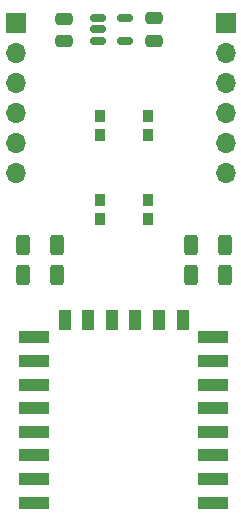
<source format=gbr>
%TF.GenerationSoftware,KiCad,Pcbnew,(6.0.5)*%
%TF.CreationDate,2022-06-15T22:45:41+02:00*%
%TF.ProjectId,picoESP12F,7069636f-4553-4503-9132-462e6b696361,rev?*%
%TF.SameCoordinates,Original*%
%TF.FileFunction,Soldermask,Top*%
%TF.FilePolarity,Negative*%
%FSLAX46Y46*%
G04 Gerber Fmt 4.6, Leading zero omitted, Abs format (unit mm)*
G04 Created by KiCad (PCBNEW (6.0.5)) date 2022-06-15 22:45:41*
%MOMM*%
%LPD*%
G01*
G04 APERTURE LIST*
G04 Aperture macros list*
%AMRoundRect*
0 Rectangle with rounded corners*
0 $1 Rounding radius*
0 $2 $3 $4 $5 $6 $7 $8 $9 X,Y pos of 4 corners*
0 Add a 4 corners polygon primitive as box body*
4,1,4,$2,$3,$4,$5,$6,$7,$8,$9,$2,$3,0*
0 Add four circle primitives for the rounded corners*
1,1,$1+$1,$2,$3*
1,1,$1+$1,$4,$5*
1,1,$1+$1,$6,$7*
1,1,$1+$1,$8,$9*
0 Add four rect primitives between the rounded corners*
20,1,$1+$1,$2,$3,$4,$5,0*
20,1,$1+$1,$4,$5,$6,$7,0*
20,1,$1+$1,$6,$7,$8,$9,0*
20,1,$1+$1,$8,$9,$2,$3,0*%
G04 Aperture macros list end*
%ADD10R,0.900000X1.000000*%
%ADD11RoundRect,0.250000X-0.312500X-0.625000X0.312500X-0.625000X0.312500X0.625000X-0.312500X0.625000X0*%
%ADD12RoundRect,0.250000X0.312500X0.625000X-0.312500X0.625000X-0.312500X-0.625000X0.312500X-0.625000X0*%
%ADD13RoundRect,0.150000X-0.512500X-0.150000X0.512500X-0.150000X0.512500X0.150000X-0.512500X0.150000X0*%
%ADD14R,2.500000X1.000000*%
%ADD15R,1.000000X1.800000*%
%ADD16O,1.700000X1.700000*%
%ADD17R,1.700000X1.700000*%
%ADD18RoundRect,0.250000X-0.475000X0.250000X-0.475000X-0.250000X0.475000X-0.250000X0.475000X0.250000X0*%
G04 APERTURE END LIST*
D10*
%TO.C,SW_BOOT*%
X150350000Y-84544000D03*
X154450000Y-84544000D03*
X154450000Y-86144000D03*
X150350000Y-86144000D03*
%TD*%
%TO.C,SW_RST*%
X150350000Y-77432000D03*
X154450000Y-77432000D03*
X154450000Y-79032000D03*
X150350000Y-79032000D03*
%TD*%
D11*
%TO.C,R4*%
X143825500Y-88392000D03*
X146750500Y-88392000D03*
%TD*%
D12*
%TO.C,R3*%
X146750500Y-90932000D03*
X143825500Y-90932000D03*
%TD*%
%TO.C,R2*%
X160974500Y-90932000D03*
X158049500Y-90932000D03*
%TD*%
D11*
%TO.C,R1*%
X158049500Y-88392000D03*
X160974500Y-88392000D03*
%TD*%
D13*
%TO.C,U2*%
X150246500Y-69154000D03*
X150246500Y-70104000D03*
X150246500Y-71054000D03*
X152521500Y-71054000D03*
X152521500Y-69154000D03*
%TD*%
D14*
%TO.C,U1*%
X144780000Y-110180000D03*
X144780000Y-108180000D03*
X144780000Y-106180000D03*
X144780000Y-104180000D03*
X144780000Y-102180000D03*
X144780000Y-100180000D03*
X144780000Y-98180000D03*
X144780000Y-96180000D03*
D15*
X147380000Y-94680000D03*
X149380000Y-94680000D03*
X151380000Y-94680000D03*
X153380000Y-94680000D03*
X155380000Y-94680000D03*
X157380000Y-94680000D03*
D14*
X159980000Y-96180000D03*
X159980000Y-98180000D03*
X159980000Y-100180000D03*
X159980000Y-102180000D03*
X159980000Y-104180000D03*
X159980000Y-106180000D03*
X159980000Y-108180000D03*
X159980000Y-110180000D03*
%TD*%
D16*
%TO.C,J2*%
X161036000Y-82296000D03*
X161036000Y-79756000D03*
X161036000Y-77216000D03*
X161036000Y-74676000D03*
X161036000Y-72136000D03*
D17*
X161036000Y-69596000D03*
%TD*%
D16*
%TO.C,J1*%
X143256000Y-82296000D03*
X143256000Y-79756000D03*
X143256000Y-77216000D03*
X143256000Y-74676000D03*
X143256000Y-72136000D03*
D17*
X143256000Y-69596000D03*
%TD*%
D18*
%TO.C,C2*%
X154940000Y-69154000D03*
X154940000Y-71054000D03*
%TD*%
%TO.C,C1*%
X147320000Y-69220000D03*
X147320000Y-71120000D03*
%TD*%
M02*

</source>
